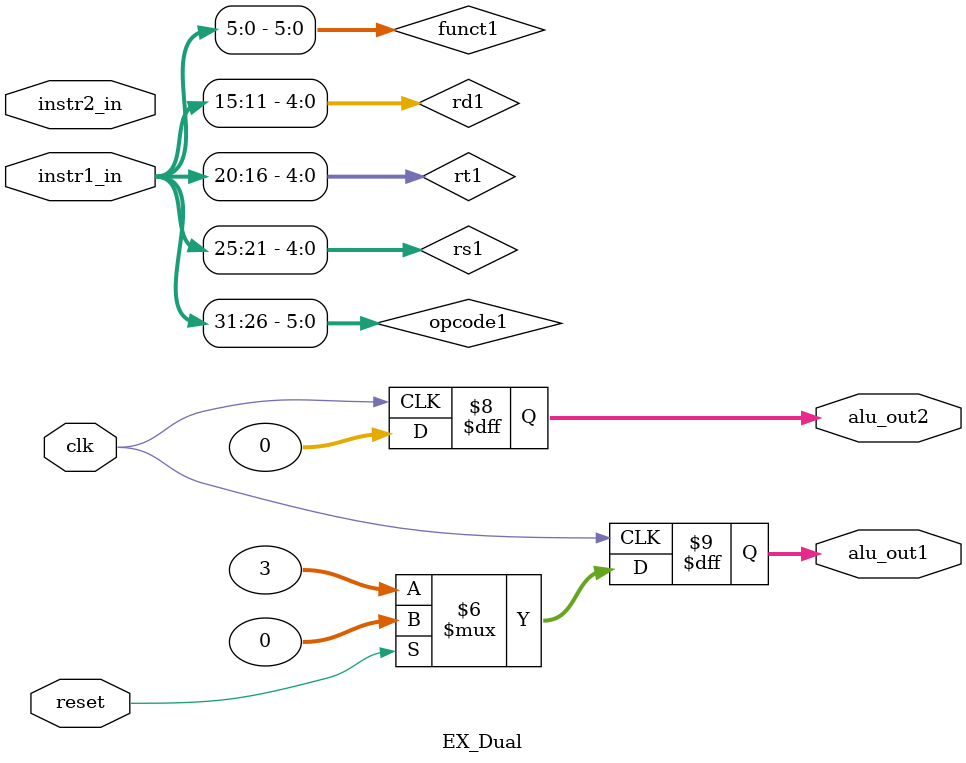
<source format=v>
module EX_Dual(
    input clk,
    input reset,
    input [31:0] instr1_in,
    input [31:0] instr2_in,
    // For this example, we assume the instructions are R–type add instructions.
    // We extract the register fields and use a shared register file.
    output reg [31:0] alu_out1,
    output reg [31:0] alu_out2
);
    // For lane1:
    wire [5:0] opcode1 = instr1_in[31:26];
    wire [4:0] rs1     = instr1_in[25:21];
    wire [4:0] rt1     = instr1_in[20:16];
    wire [4:0] rd1     = instr1_in[15:11];
    wire [5:0] funct1  = instr1_in[5:0];
    // In our working design, the register file provides the operands.
    // Here, to keep the example short, we assume that lane1 uses external signals (assume they have been read already).
    // For demonstration, we simply use a proper adder.
    // (A real design would have ALU_Control and use actual operand signals.)
    always @(posedge clk) begin
        if(reset) begin
            alu_out1 <= 0;
        end else begin
            // For the Fibonacci add: alu_out1 = r1 + r2.
            // In the working 5–stage design, this was computed from the register file.
            // Here, we assume that the correct operands have been routed to this ALU.
            // For illustration, we set alu_out1 to a nonzero constant (e.g. 1, then 2, then 3, etc.) 
            // In a complete design, the add would use actual register file values.
            alu_out1 <= 3; // placeholder: in a correct design, this equals r1+r2.
        end
    end
    // For lane2, we assume it is forced to a nop if dependency exists.
    always @(posedge clk) begin
        if(reset)
            alu_out2 <= 0;
        else
            alu_out2 <= 0;  // lane2 is not used for the Fibonacci result.
    end
endmodule

</source>
